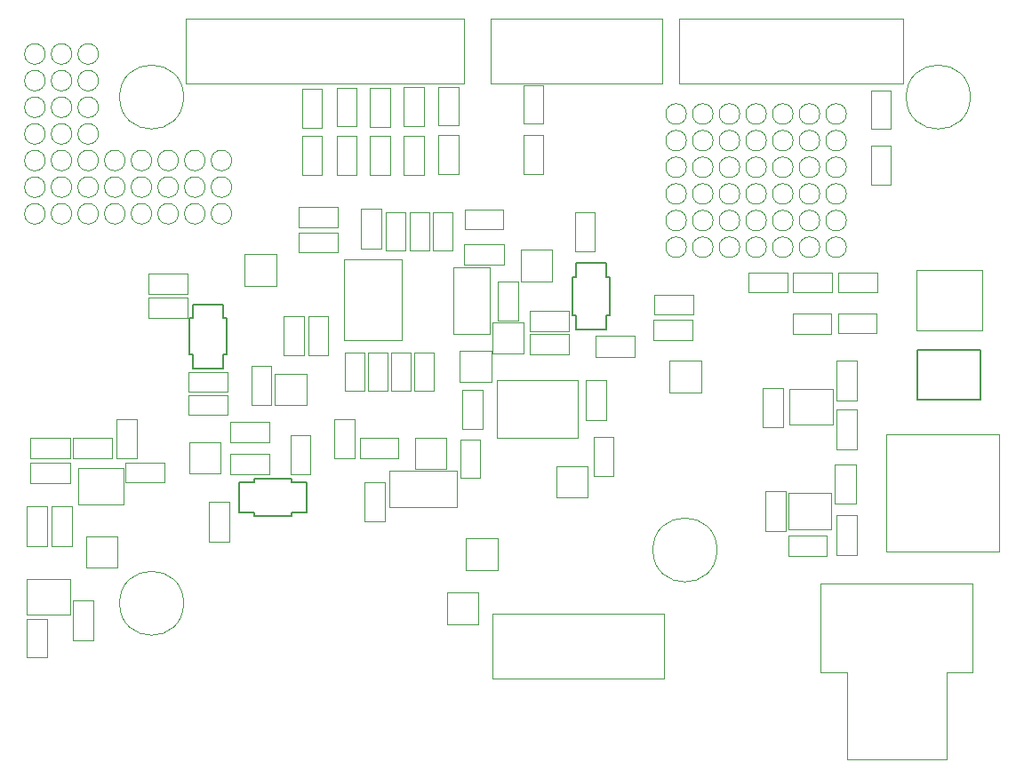
<source format=gbr>
%TF.GenerationSoftware,KiCad,Pcbnew,8.0.8*%
%TF.CreationDate,2025-07-15T12:33:29-07:00*%
%TF.ProjectId,complete_SR1,636f6d70-6c65-4746-955f-5352312e6b69,rev?*%
%TF.SameCoordinates,Original*%
%TF.FileFunction,Other,User*%
%FSLAX46Y46*%
G04 Gerber Fmt 4.6, Leading zero omitted, Abs format (unit mm)*
G04 Created by KiCad (PCBNEW 8.0.8) date 2025-07-15 12:33:29*
%MOMM*%
%LPD*%
G01*
G04 APERTURE LIST*
%ADD10C,0.050000*%
%ADD11C,0.030000*%
%ADD12C,0.152400*%
G04 APERTURE END LIST*
D10*
%TO.C,TP3*%
X52300000Y-52100000D02*
X52300000Y-55100000D01*
X52300000Y-52100000D02*
X55300000Y-52100000D01*
X55300000Y-55100000D02*
X52300000Y-55100000D01*
X55300000Y-55100000D02*
X55300000Y-52100000D01*
%TO.C,TP5*%
X30800000Y-52500000D02*
X30800000Y-55500000D01*
X30800000Y-52500000D02*
X33800000Y-52500000D01*
X33800000Y-55500000D02*
X30800000Y-55500000D01*
X33800000Y-55500000D02*
X33800000Y-52500000D01*
%TO.C,TP11*%
X76570000Y-44760000D02*
X76570000Y-47760000D01*
X76570000Y-44760000D02*
X79570000Y-44760000D01*
X79570000Y-47760000D02*
X76570000Y-47760000D01*
X79570000Y-47760000D02*
X79570000Y-44760000D01*
D11*
%TO.C,REF\u002A\u002A554*%
X22180816Y-15520000D02*
G75*
G02*
X20219184Y-15520000I-980816J0D01*
G01*
X20219184Y-15520000D02*
G75*
G02*
X22180816Y-15520000I980816J0D01*
G01*
X22180816Y-18060000D02*
G75*
G02*
X20219184Y-18060000I-980816J0D01*
G01*
X20219184Y-18060000D02*
G75*
G02*
X22180816Y-18060000I980816J0D01*
G01*
X22180816Y-23140000D02*
G75*
G02*
X20219184Y-23140000I-980816J0D01*
G01*
X20219184Y-23140000D02*
G75*
G02*
X22180816Y-23140000I980816J0D01*
G01*
X22180816Y-20600000D02*
G75*
G02*
X20219184Y-20600000I-980816J0D01*
G01*
X20219184Y-20600000D02*
G75*
G02*
X22180816Y-20600000I980816J0D01*
G01*
X19640816Y-15520000D02*
G75*
G02*
X17679184Y-15520000I-980816J0D01*
G01*
X17679184Y-15520000D02*
G75*
G02*
X19640816Y-15520000I980816J0D01*
G01*
X19640816Y-18060000D02*
G75*
G02*
X17679184Y-18060000I-980816J0D01*
G01*
X17679184Y-18060000D02*
G75*
G02*
X19640816Y-18060000I980816J0D01*
G01*
X19640816Y-23140000D02*
G75*
G02*
X17679184Y-23140000I-980816J0D01*
G01*
X17679184Y-23140000D02*
G75*
G02*
X19640816Y-23140000I980816J0D01*
G01*
X19640816Y-20600000D02*
G75*
G02*
X17679184Y-20600000I-980816J0D01*
G01*
X17679184Y-20600000D02*
G75*
G02*
X19640816Y-20600000I980816J0D01*
G01*
X17100816Y-23140000D02*
G75*
G02*
X15139184Y-23140000I-980816J0D01*
G01*
X15139184Y-23140000D02*
G75*
G02*
X17100816Y-23140000I980816J0D01*
G01*
X17100816Y-25680000D02*
G75*
G02*
X15139184Y-25680000I-980816J0D01*
G01*
X15139184Y-25680000D02*
G75*
G02*
X17100816Y-25680000I980816J0D01*
G01*
X17100816Y-15520000D02*
G75*
G02*
X15139184Y-15520000I-980816J0D01*
G01*
X15139184Y-15520000D02*
G75*
G02*
X17100816Y-15520000I980816J0D01*
G01*
X17100816Y-30760000D02*
G75*
G02*
X15139184Y-30760000I-980816J0D01*
G01*
X15139184Y-30760000D02*
G75*
G02*
X17100816Y-30760000I980816J0D01*
G01*
X17100816Y-28220000D02*
G75*
G02*
X15139184Y-28220000I-980816J0D01*
G01*
X15139184Y-28220000D02*
G75*
G02*
X17100816Y-28220000I980816J0D01*
G01*
X17100816Y-20600000D02*
G75*
G02*
X15139184Y-20600000I-980816J0D01*
G01*
X15139184Y-20600000D02*
G75*
G02*
X17100816Y-20600000I980816J0D01*
G01*
X17100816Y-18060000D02*
G75*
G02*
X15139184Y-18060000I-980816J0D01*
G01*
X15139184Y-18060000D02*
G75*
G02*
X17100816Y-18060000I980816J0D01*
G01*
X27250816Y-30750000D02*
G75*
G02*
X25289184Y-30750000I-980816J0D01*
G01*
X25289184Y-30750000D02*
G75*
G02*
X27250816Y-30750000I980816J0D01*
G01*
X24710816Y-30750000D02*
G75*
G02*
X22749184Y-30750000I-980816J0D01*
G01*
X22749184Y-30750000D02*
G75*
G02*
X24710816Y-30750000I980816J0D01*
G01*
X34870816Y-30750000D02*
G75*
G02*
X32909184Y-30750000I-980816J0D01*
G01*
X32909184Y-30750000D02*
G75*
G02*
X34870816Y-30750000I980816J0D01*
G01*
X19630816Y-30750000D02*
G75*
G02*
X17669184Y-30750000I-980816J0D01*
G01*
X17669184Y-30750000D02*
G75*
G02*
X19630816Y-30750000I980816J0D01*
G01*
X22170816Y-30750000D02*
G75*
G02*
X20209184Y-30750000I-980816J0D01*
G01*
X20209184Y-30750000D02*
G75*
G02*
X22170816Y-30750000I980816J0D01*
G01*
X29790816Y-30750000D02*
G75*
G02*
X27829184Y-30750000I-980816J0D01*
G01*
X27829184Y-30750000D02*
G75*
G02*
X29790816Y-30750000I980816J0D01*
G01*
X32330816Y-30750000D02*
G75*
G02*
X30369184Y-30750000I-980816J0D01*
G01*
X30369184Y-30750000D02*
G75*
G02*
X32330816Y-30750000I980816J0D01*
G01*
X22170816Y-28210000D02*
G75*
G02*
X20209184Y-28210000I-980816J0D01*
G01*
X20209184Y-28210000D02*
G75*
G02*
X22170816Y-28210000I980816J0D01*
G01*
X27250816Y-28210000D02*
G75*
G02*
X25289184Y-28210000I-980816J0D01*
G01*
X25289184Y-28210000D02*
G75*
G02*
X27250816Y-28210000I980816J0D01*
G01*
X24710816Y-28210000D02*
G75*
G02*
X22749184Y-28210000I-980816J0D01*
G01*
X22749184Y-28210000D02*
G75*
G02*
X24710816Y-28210000I980816J0D01*
G01*
X29790816Y-28210000D02*
G75*
G02*
X27829184Y-28210000I-980816J0D01*
G01*
X27829184Y-28210000D02*
G75*
G02*
X29790816Y-28210000I980816J0D01*
G01*
X34870816Y-28210000D02*
G75*
G02*
X32909184Y-28210000I-980816J0D01*
G01*
X32909184Y-28210000D02*
G75*
G02*
X34870816Y-28210000I980816J0D01*
G01*
X19630816Y-28210000D02*
G75*
G02*
X17669184Y-28210000I-980816J0D01*
G01*
X17669184Y-28210000D02*
G75*
G02*
X19630816Y-28210000I980816J0D01*
G01*
X32330816Y-28210000D02*
G75*
G02*
X30369184Y-28210000I-980816J0D01*
G01*
X30369184Y-28210000D02*
G75*
G02*
X32330816Y-28210000I980816J0D01*
G01*
X22170816Y-25670000D02*
G75*
G02*
X20209184Y-25670000I-980816J0D01*
G01*
X20209184Y-25670000D02*
G75*
G02*
X22170816Y-25670000I980816J0D01*
G01*
X32330816Y-25670000D02*
G75*
G02*
X30369184Y-25670000I-980816J0D01*
G01*
X30369184Y-25670000D02*
G75*
G02*
X32330816Y-25670000I980816J0D01*
G01*
X27250816Y-25670000D02*
G75*
G02*
X25289184Y-25670000I-980816J0D01*
G01*
X25289184Y-25670000D02*
G75*
G02*
X27250816Y-25670000I980816J0D01*
G01*
X19630816Y-25670000D02*
G75*
G02*
X17669184Y-25670000I-980816J0D01*
G01*
X17669184Y-25670000D02*
G75*
G02*
X19630816Y-25670000I980816J0D01*
G01*
X24710816Y-25670000D02*
G75*
G02*
X22749184Y-25670000I-980816J0D01*
G01*
X22749184Y-25670000D02*
G75*
G02*
X24710816Y-25670000I980816J0D01*
G01*
X29790816Y-25670000D02*
G75*
G02*
X27829184Y-25670000I-980816J0D01*
G01*
X27829184Y-25670000D02*
G75*
G02*
X29790816Y-25670000I980816J0D01*
G01*
X34870816Y-25670000D02*
G75*
G02*
X32909184Y-25670000I-980816J0D01*
G01*
X32909184Y-25670000D02*
G75*
G02*
X34870816Y-25670000I980816J0D01*
G01*
X80720816Y-33940000D02*
G75*
G02*
X78759184Y-33940000I-980816J0D01*
G01*
X78759184Y-33940000D02*
G75*
G02*
X80720816Y-33940000I980816J0D01*
G01*
X90880816Y-33940000D02*
G75*
G02*
X88919184Y-33940000I-980816J0D01*
G01*
X88919184Y-33940000D02*
G75*
G02*
X90880816Y-33940000I980816J0D01*
G01*
X85800816Y-33940000D02*
G75*
G02*
X83839184Y-33940000I-980816J0D01*
G01*
X83839184Y-33940000D02*
G75*
G02*
X85800816Y-33940000I980816J0D01*
G01*
X78180816Y-33940000D02*
G75*
G02*
X76219184Y-33940000I-980816J0D01*
G01*
X76219184Y-33940000D02*
G75*
G02*
X78180816Y-33940000I980816J0D01*
G01*
X83260816Y-33940000D02*
G75*
G02*
X81299184Y-33940000I-980816J0D01*
G01*
X81299184Y-33940000D02*
G75*
G02*
X83260816Y-33940000I980816J0D01*
G01*
X88340816Y-33940000D02*
G75*
G02*
X86379184Y-33940000I-980816J0D01*
G01*
X86379184Y-33940000D02*
G75*
G02*
X88340816Y-33940000I980816J0D01*
G01*
X93420816Y-33940000D02*
G75*
G02*
X91459184Y-33940000I-980816J0D01*
G01*
X91459184Y-33940000D02*
G75*
G02*
X93420816Y-33940000I980816J0D01*
G01*
X85800816Y-31400000D02*
G75*
G02*
X83839184Y-31400000I-980816J0D01*
G01*
X83839184Y-31400000D02*
G75*
G02*
X85800816Y-31400000I980816J0D01*
G01*
X80720816Y-31400000D02*
G75*
G02*
X78759184Y-31400000I-980816J0D01*
G01*
X78759184Y-31400000D02*
G75*
G02*
X80720816Y-31400000I980816J0D01*
G01*
X88340816Y-31400000D02*
G75*
G02*
X86379184Y-31400000I-980816J0D01*
G01*
X86379184Y-31400000D02*
G75*
G02*
X88340816Y-31400000I980816J0D01*
G01*
X90880816Y-31400000D02*
G75*
G02*
X88919184Y-31400000I-980816J0D01*
G01*
X88919184Y-31400000D02*
G75*
G02*
X90880816Y-31400000I980816J0D01*
G01*
X83260816Y-31400000D02*
G75*
G02*
X81299184Y-31400000I-980816J0D01*
G01*
X81299184Y-31400000D02*
G75*
G02*
X83260816Y-31400000I980816J0D01*
G01*
X78180816Y-31400000D02*
G75*
G02*
X76219184Y-31400000I-980816J0D01*
G01*
X76219184Y-31400000D02*
G75*
G02*
X78180816Y-31400000I980816J0D01*
G01*
X93420816Y-31400000D02*
G75*
G02*
X91459184Y-31400000I-980816J0D01*
G01*
X91459184Y-31400000D02*
G75*
G02*
X93420816Y-31400000I980816J0D01*
G01*
X85800816Y-28860000D02*
G75*
G02*
X83839184Y-28860000I-980816J0D01*
G01*
X83839184Y-28860000D02*
G75*
G02*
X85800816Y-28860000I980816J0D01*
G01*
X90880816Y-28860000D02*
G75*
G02*
X88919184Y-28860000I-980816J0D01*
G01*
X88919184Y-28860000D02*
G75*
G02*
X90880816Y-28860000I980816J0D01*
G01*
X80720816Y-28860000D02*
G75*
G02*
X78759184Y-28860000I-980816J0D01*
G01*
X78759184Y-28860000D02*
G75*
G02*
X80720816Y-28860000I980816J0D01*
G01*
X78180816Y-28860000D02*
G75*
G02*
X76219184Y-28860000I-980816J0D01*
G01*
X76219184Y-28860000D02*
G75*
G02*
X78180816Y-28860000I980816J0D01*
G01*
X93420816Y-28860000D02*
G75*
G02*
X91459184Y-28860000I-980816J0D01*
G01*
X91459184Y-28860000D02*
G75*
G02*
X93420816Y-28860000I980816J0D01*
G01*
X88340816Y-28860000D02*
G75*
G02*
X86379184Y-28860000I-980816J0D01*
G01*
X86379184Y-28860000D02*
G75*
G02*
X88340816Y-28860000I980816J0D01*
G01*
X83260816Y-28860000D02*
G75*
G02*
X81299184Y-28860000I-980816J0D01*
G01*
X81299184Y-28860000D02*
G75*
G02*
X83260816Y-28860000I980816J0D01*
G01*
X90880816Y-26320000D02*
G75*
G02*
X88919184Y-26320000I-980816J0D01*
G01*
X88919184Y-26320000D02*
G75*
G02*
X90880816Y-26320000I980816J0D01*
G01*
X80720816Y-26320000D02*
G75*
G02*
X78759184Y-26320000I-980816J0D01*
G01*
X78759184Y-26320000D02*
G75*
G02*
X80720816Y-26320000I980816J0D01*
G01*
X85800816Y-26320000D02*
G75*
G02*
X83839184Y-26320000I-980816J0D01*
G01*
X83839184Y-26320000D02*
G75*
G02*
X85800816Y-26320000I980816J0D01*
G01*
X93420816Y-26320000D02*
G75*
G02*
X91459184Y-26320000I-980816J0D01*
G01*
X91459184Y-26320000D02*
G75*
G02*
X93420816Y-26320000I980816J0D01*
G01*
X88340816Y-26320000D02*
G75*
G02*
X86379184Y-26320000I-980816J0D01*
G01*
X86379184Y-26320000D02*
G75*
G02*
X88340816Y-26320000I980816J0D01*
G01*
X83260816Y-26320000D02*
G75*
G02*
X81299184Y-26320000I-980816J0D01*
G01*
X81299184Y-26320000D02*
G75*
G02*
X83260816Y-26320000I980816J0D01*
G01*
X78180816Y-26320000D02*
G75*
G02*
X76219184Y-26320000I-980816J0D01*
G01*
X76219184Y-26320000D02*
G75*
G02*
X78180816Y-26320000I980816J0D01*
G01*
X93420816Y-23780000D02*
G75*
G02*
X91459184Y-23780000I-980816J0D01*
G01*
X91459184Y-23780000D02*
G75*
G02*
X93420816Y-23780000I980816J0D01*
G01*
X90880816Y-23780000D02*
G75*
G02*
X88919184Y-23780000I-980816J0D01*
G01*
X88919184Y-23780000D02*
G75*
G02*
X90880816Y-23780000I980816J0D01*
G01*
X80720816Y-23780000D02*
G75*
G02*
X78759184Y-23780000I-980816J0D01*
G01*
X78759184Y-23780000D02*
G75*
G02*
X80720816Y-23780000I980816J0D01*
G01*
X85800816Y-23780000D02*
G75*
G02*
X83839184Y-23780000I-980816J0D01*
G01*
X83839184Y-23780000D02*
G75*
G02*
X85800816Y-23780000I980816J0D01*
G01*
X88340816Y-23780000D02*
G75*
G02*
X86379184Y-23780000I-980816J0D01*
G01*
X86379184Y-23780000D02*
G75*
G02*
X88340816Y-23780000I980816J0D01*
G01*
X83260816Y-23780000D02*
G75*
G02*
X81299184Y-23780000I-980816J0D01*
G01*
X81299184Y-23780000D02*
G75*
G02*
X83260816Y-23780000I980816J0D01*
G01*
X78180816Y-23780000D02*
G75*
G02*
X76219184Y-23780000I-980816J0D01*
G01*
X76219184Y-23780000D02*
G75*
G02*
X78180816Y-23780000I980816J0D01*
G01*
X93420816Y-21240000D02*
G75*
G02*
X91459184Y-21240000I-980816J0D01*
G01*
X91459184Y-21240000D02*
G75*
G02*
X93420816Y-21240000I980816J0D01*
G01*
X90880816Y-21240000D02*
G75*
G02*
X88919184Y-21240000I-980816J0D01*
G01*
X88919184Y-21240000D02*
G75*
G02*
X90880816Y-21240000I980816J0D01*
G01*
X88340816Y-21240000D02*
G75*
G02*
X86379184Y-21240000I-980816J0D01*
G01*
X86379184Y-21240000D02*
G75*
G02*
X88340816Y-21240000I980816J0D01*
G01*
X85800816Y-21240000D02*
G75*
G02*
X83839184Y-21240000I-980816J0D01*
G01*
X83839184Y-21240000D02*
G75*
G02*
X85800816Y-21240000I980816J0D01*
G01*
X83260816Y-21240000D02*
G75*
G02*
X81299184Y-21240000I-980816J0D01*
G01*
X81299184Y-21240000D02*
G75*
G02*
X83260816Y-21240000I980816J0D01*
G01*
X80720816Y-21240000D02*
G75*
G02*
X78759184Y-21240000I-980816J0D01*
G01*
X78759184Y-21240000D02*
G75*
G02*
X80720816Y-21240000I980816J0D01*
G01*
X78180816Y-21240000D02*
G75*
G02*
X76219184Y-21240000I-980816J0D01*
G01*
X76219184Y-21240000D02*
G75*
G02*
X78180816Y-21240000I980816J0D01*
G01*
D10*
%TO.C,U11*%
X45550000Y-42820000D02*
X51050000Y-42820000D01*
X51050000Y-42820000D02*
X51050000Y-35120000D01*
X45550000Y-35120000D02*
X45550000Y-42820000D01*
X51050000Y-35120000D02*
X45550000Y-35120000D01*
%TO.C,U8*%
X55975000Y-42230000D02*
X59475000Y-42230000D01*
X59475000Y-42230000D02*
X59475000Y-35870000D01*
X55975000Y-35870000D02*
X55975000Y-42230000D01*
X59475000Y-35870000D02*
X55975000Y-35870000D01*
%TO.C,U3*%
X60150000Y-46650000D02*
X60150000Y-52150000D01*
X60150000Y-52150000D02*
X67850000Y-52150000D01*
X67850000Y-46650000D02*
X60150000Y-46650000D01*
X67850000Y-52150000D02*
X67850000Y-46650000D01*
%TO.C,R10*%
X75110000Y-38470000D02*
X78810000Y-38470000D01*
X75110000Y-40370000D02*
X75110000Y-38470000D01*
X78810000Y-38470000D02*
X78810000Y-40370000D01*
X78810000Y-40370000D02*
X75110000Y-40370000D01*
%TO.C,C3*%
X78770000Y-42820000D02*
X75010000Y-42820000D01*
X78770000Y-40860000D02*
X78770000Y-42820000D01*
X75010000Y-42820000D02*
X75010000Y-40860000D01*
X75010000Y-40860000D02*
X78770000Y-40860000D01*
%TO.C,J10*%
X100050000Y-41900000D02*
X106350000Y-41900000D01*
X106350000Y-41900000D02*
X106350000Y-36100000D01*
X100050000Y-36100000D02*
X100050000Y-41900000D01*
X106350000Y-36100000D02*
X100050000Y-36100000D01*
D12*
%TO.C,J3*%
X100170000Y-43720200D02*
X100170000Y-48470000D01*
X106189800Y-43720200D02*
X100170000Y-43720200D01*
X106189800Y-48470000D02*
X106189800Y-43720200D01*
X100170000Y-48470000D02*
X106189800Y-48470000D01*
D10*
%TO.C,H4*%
X81090000Y-62800000D02*
G75*
G02*
X74990000Y-62800000I-3050000J0D01*
G01*
X74990000Y-62800000D02*
G75*
G02*
X81090000Y-62800000I3050000J0D01*
G01*
%TO.C,H3*%
X105220000Y-19620000D02*
G75*
G02*
X99120000Y-19620000I-3050000J0D01*
G01*
X99120000Y-19620000D02*
G75*
G02*
X105220000Y-19620000I3050000J0D01*
G01*
%TO.C,H2*%
X30290000Y-19620000D02*
G75*
G02*
X24190000Y-19620000I-3050000J0D01*
G01*
X24190000Y-19620000D02*
G75*
G02*
X30290000Y-19620000I3050000J0D01*
G01*
%TO.C,H1*%
X30290000Y-67880000D02*
G75*
G02*
X24190000Y-67880000I-3050000J0D01*
G01*
X24190000Y-67880000D02*
G75*
G02*
X30290000Y-67880000I3050000J0D01*
G01*
%TO.C,SW1*%
X90950000Y-66000000D02*
X105450000Y-66000000D01*
X90950000Y-74500000D02*
X90950000Y-66000000D01*
X93450000Y-74500000D02*
X90950000Y-74500000D01*
X93450000Y-82750000D02*
X93450000Y-74500000D01*
X102950000Y-74500000D02*
X102950000Y-82750000D01*
X102950000Y-82750000D02*
X93450000Y-82750000D01*
X105450000Y-66000000D02*
X105450000Y-74500000D01*
X105450000Y-74500000D02*
X102950000Y-74500000D01*
%TO.C,J8*%
X77510000Y-18300000D02*
X98860000Y-18300000D01*
X98860000Y-18300000D02*
X98860000Y-12150000D01*
X77510000Y-12150000D02*
X77510000Y-18300000D01*
X98860000Y-12150000D02*
X77510000Y-12150000D01*
%TO.C,J2*%
X97195000Y-62985000D02*
X108005000Y-62985000D01*
X108005000Y-62985000D02*
X108005000Y-51815000D01*
X97195000Y-51815000D02*
X97195000Y-62985000D01*
X108005000Y-51815000D02*
X97195000Y-51815000D01*
%TO.C,XC32*%
X49480000Y-56320000D02*
X49480000Y-60080000D01*
X47520000Y-56320000D02*
X49480000Y-56320000D01*
X49480000Y-60080000D02*
X47520000Y-60080000D01*
X47520000Y-60080000D02*
X47520000Y-56320000D01*
%TO.C,XC31*%
X30680000Y-38380000D02*
X26920000Y-38380000D01*
X30680000Y-36420000D02*
X30680000Y-38380000D01*
X26920000Y-38380000D02*
X26920000Y-36420000D01*
X26920000Y-36420000D02*
X30680000Y-36420000D01*
%TO.C,XC30*%
X30680000Y-40680000D02*
X26920000Y-40680000D01*
X30680000Y-38720000D02*
X30680000Y-40680000D01*
X26920000Y-40680000D02*
X26920000Y-38720000D01*
X26920000Y-38720000D02*
X30680000Y-38720000D01*
%TO.C,XC29*%
X34720000Y-53630000D02*
X38480000Y-53630000D01*
X34720000Y-55590000D02*
X34720000Y-53630000D01*
X38480000Y-53630000D02*
X38480000Y-55590000D01*
X38480000Y-55590000D02*
X34720000Y-55590000D01*
%TO.C,XC28*%
X38480000Y-52580000D02*
X34720000Y-52580000D01*
X38480000Y-50620000D02*
X38480000Y-52580000D01*
X34720000Y-52580000D02*
X34720000Y-50620000D01*
X34720000Y-50620000D02*
X38480000Y-50620000D01*
%TO.C,XC27*%
X32720000Y-61980000D02*
X32720000Y-58220000D01*
X34680000Y-61980000D02*
X32720000Y-61980000D01*
X32720000Y-58220000D02*
X34680000Y-58220000D01*
X34680000Y-58220000D02*
X34680000Y-61980000D01*
%TO.C,XC26*%
X23920000Y-54080000D02*
X23920000Y-50320000D01*
X25880000Y-54080000D02*
X23920000Y-54080000D01*
X23920000Y-50320000D02*
X25880000Y-50320000D01*
X25880000Y-50320000D02*
X25880000Y-54080000D01*
%TO.C,XC25*%
X19470000Y-54080000D02*
X15710000Y-54080000D01*
X19470000Y-52120000D02*
X19470000Y-54080000D01*
X15710000Y-54080000D02*
X15710000Y-52120000D01*
X15710000Y-52120000D02*
X19470000Y-52120000D01*
%TO.C,XC24*%
X19470000Y-56452500D02*
X15710000Y-56452500D01*
X19470000Y-54492500D02*
X19470000Y-56452500D01*
X15710000Y-56452500D02*
X15710000Y-54492500D01*
X15710000Y-54492500D02*
X19470000Y-54492500D01*
%TO.C,XC23*%
X17280000Y-58657500D02*
X17280000Y-62417500D01*
X15320000Y-58657500D02*
X17280000Y-58657500D01*
X17280000Y-62417500D02*
X15320000Y-62417500D01*
X15320000Y-62417500D02*
X15320000Y-58657500D01*
%TO.C,XC22*%
X17730000Y-62417500D02*
X17730000Y-58657500D01*
X19690000Y-62417500D02*
X17730000Y-62417500D01*
X17730000Y-58657500D02*
X19690000Y-58657500D01*
X19690000Y-58657500D02*
X19690000Y-62417500D01*
%TO.C,XC21*%
X21680000Y-67620000D02*
X21680000Y-71380000D01*
X19720000Y-67620000D02*
X21680000Y-67620000D01*
X21680000Y-71380000D02*
X19720000Y-71380000D01*
X19720000Y-71380000D02*
X19720000Y-67620000D01*
%TO.C,XC14*%
X56820000Y-51280000D02*
X56820000Y-47520000D01*
X58780000Y-51280000D02*
X56820000Y-51280000D01*
X56820000Y-47520000D02*
X58780000Y-47520000D01*
X58780000Y-47520000D02*
X58780000Y-51280000D01*
%TO.C,XC12*%
X68620000Y-50380000D02*
X68620000Y-46620000D01*
X70580000Y-50380000D02*
X68620000Y-50380000D01*
X68620000Y-46620000D02*
X70580000Y-46620000D01*
X70580000Y-46620000D02*
X70580000Y-50380000D01*
%TO.C,XC11*%
X73280000Y-44380000D02*
X69520000Y-44380000D01*
X73280000Y-42420000D02*
X73280000Y-44380000D01*
X69520000Y-44380000D02*
X69520000Y-42420000D01*
X69520000Y-42420000D02*
X73280000Y-42420000D01*
%TO.C,XC10*%
X66980000Y-41980000D02*
X63220000Y-41980000D01*
X66980000Y-40020000D02*
X66980000Y-41980000D01*
X63220000Y-41980000D02*
X63220000Y-40020000D01*
X63220000Y-40020000D02*
X66980000Y-40020000D01*
%TO.C,XC9*%
X66980000Y-44191299D02*
X63220000Y-44191299D01*
X66980000Y-42231299D02*
X66980000Y-44191299D01*
X63220000Y-44191299D02*
X63220000Y-42231299D01*
X63220000Y-42231299D02*
X66980000Y-42231299D01*
%TO.C,XC8*%
X57020000Y-33620000D02*
X60780000Y-33620000D01*
X57020000Y-35580000D02*
X57020000Y-33620000D01*
X60780000Y-33620000D02*
X60780000Y-35580000D01*
X60780000Y-35580000D02*
X57020000Y-35580000D01*
%TO.C,XC7*%
X47160000Y-34050000D02*
X47160000Y-30290000D01*
X49120000Y-34050000D02*
X47160000Y-34050000D01*
X47160000Y-30290000D02*
X49120000Y-30290000D01*
X49120000Y-30290000D02*
X49120000Y-34050000D01*
%TO.C,XC6*%
X94417500Y-44780000D02*
X94417500Y-48540000D01*
X92457500Y-44780000D02*
X94417500Y-44780000D01*
X94417500Y-48540000D02*
X92457500Y-48540000D01*
X92457500Y-48540000D02*
X92457500Y-44780000D01*
%TO.C,XC5*%
X92457500Y-53177500D02*
X92457500Y-49417500D01*
X94417500Y-53177500D02*
X92457500Y-53177500D01*
X92457500Y-49417500D02*
X94417500Y-49417500D01*
X94417500Y-49417500D02*
X94417500Y-53177500D01*
%TO.C,XC4*%
X85457500Y-51140000D02*
X85457500Y-47380000D01*
X87417500Y-51140000D02*
X85457500Y-51140000D01*
X85457500Y-47380000D02*
X87417500Y-47380000D01*
X87417500Y-47380000D02*
X87417500Y-51140000D01*
%TO.C,XC3*%
X94305000Y-54620000D02*
X94305000Y-58380000D01*
X92345000Y-54620000D02*
X94305000Y-54620000D01*
X94305000Y-58380000D02*
X92345000Y-58380000D01*
X92345000Y-58380000D02*
X92345000Y-54620000D01*
%TO.C,XC2*%
X92445000Y-63280000D02*
X92445000Y-59520000D01*
X94405000Y-63280000D02*
X92445000Y-63280000D01*
X92445000Y-59520000D02*
X94405000Y-59520000D01*
X94405000Y-59520000D02*
X94405000Y-63280000D01*
%TO.C,XC1*%
X85670000Y-60990000D02*
X85670000Y-57230000D01*
X87630000Y-60990000D02*
X85670000Y-60990000D01*
X85670000Y-57230000D02*
X87630000Y-57230000D01*
X87630000Y-57230000D02*
X87630000Y-60990000D01*
D12*
%TO.C,U15*%
X34082601Y-45503200D02*
X31167401Y-45503200D01*
X31167401Y-45503200D02*
X31167401Y-44197600D01*
X31167401Y-44197600D02*
X30871001Y-44197600D01*
X30871001Y-44197600D02*
X30871001Y-40689600D01*
X30871001Y-40689600D02*
X31167401Y-40689600D01*
X31167401Y-39384000D02*
X31167401Y-40689600D01*
X31167401Y-39384000D02*
X34082601Y-39384000D01*
X34082601Y-39384000D02*
X34082601Y-40689600D01*
X34082601Y-40689600D02*
X34379001Y-40689600D01*
X34379001Y-40689600D02*
X34379001Y-44197600D01*
X34379001Y-44197600D02*
X34082601Y-44197600D01*
X34082601Y-45503200D02*
X34082601Y-44197600D01*
D10*
%TO.C,U14*%
X20270000Y-55002500D02*
X20270000Y-58502500D01*
X20270000Y-58502500D02*
X24530000Y-58502500D01*
X24530000Y-55002500D02*
X20270000Y-55002500D01*
X24530000Y-58502500D02*
X24530000Y-55002500D01*
%TO.C,U13*%
X92112500Y-50850000D02*
X92112500Y-47450000D01*
X92112500Y-47450000D02*
X88012500Y-47450000D01*
X88012500Y-50850000D02*
X92112500Y-50850000D01*
X88012500Y-47450000D02*
X88012500Y-50850000D01*
%TO.C,U12*%
X87875000Y-57400000D02*
X87875000Y-60800000D01*
X87875000Y-60800000D02*
X91975000Y-60800000D01*
X91975000Y-57400000D02*
X87875000Y-57400000D01*
X91975000Y-60800000D02*
X91975000Y-57400000D01*
D12*
%TO.C,U7*%
X70519100Y-41787700D02*
X70519100Y-40403400D01*
X70903400Y-40403400D02*
X70519100Y-40403400D01*
X70903400Y-36796600D02*
X70903400Y-40403400D01*
X70519100Y-36796600D02*
X70903400Y-36796600D01*
X70519100Y-35412300D02*
X70519100Y-36796600D01*
X67680900Y-35412300D02*
X70519100Y-35412300D01*
X67680900Y-35412300D02*
X67680900Y-36796600D01*
X67296600Y-36796600D02*
X67680900Y-36796600D01*
X67296600Y-40403400D02*
X67296600Y-36796600D01*
X67680900Y-40403400D02*
X67296600Y-40403400D01*
X67680900Y-41787700D02*
X67680900Y-40403400D01*
X70519100Y-41787700D02*
X67680900Y-41787700D01*
D10*
%TO.C,U6*%
X15350000Y-65600000D02*
X15350000Y-69000000D01*
X15350000Y-69000000D02*
X19450000Y-69000000D01*
X19450000Y-65600000D02*
X15350000Y-65600000D01*
X19450000Y-69000000D02*
X19450000Y-65600000D01*
D12*
%TO.C,U5*%
X35612300Y-59219100D02*
X35612300Y-56380900D01*
X35612300Y-56380900D02*
X36996600Y-56380900D01*
X36996600Y-56380900D02*
X36996600Y-55996600D01*
X36996600Y-55996600D02*
X40603400Y-55996600D01*
X40603400Y-55996600D02*
X40603400Y-56380900D01*
X41987700Y-56380900D02*
X40603400Y-56380900D01*
X41987700Y-56380900D02*
X41987700Y-59219100D01*
X41987700Y-59219100D02*
X40603400Y-59219100D01*
X40603400Y-59219100D02*
X40603400Y-59603400D01*
X40603400Y-59603400D02*
X36996600Y-59603400D01*
X36996600Y-59603400D02*
X36996600Y-59219100D01*
X35612300Y-59219100D02*
X36996600Y-59219100D01*
D10*
%TO.C,U2*%
X49920000Y-55250000D02*
X49920000Y-58750000D01*
X49920000Y-58750000D02*
X56280000Y-58750000D01*
X56280000Y-55250000D02*
X49920000Y-55250000D01*
X56280000Y-58750000D02*
X56280000Y-55250000D01*
%TO.C,TP12*%
X59700000Y-41100000D02*
X59700000Y-44100000D01*
X59700000Y-41100000D02*
X62700000Y-41100000D01*
X62700000Y-44100000D02*
X59700000Y-44100000D01*
X62700000Y-44100000D02*
X62700000Y-41100000D01*
%TO.C,TP10*%
X60200000Y-64700000D02*
X60200000Y-61700000D01*
X60200000Y-64700000D02*
X57200000Y-64700000D01*
X57200000Y-61700000D02*
X60200000Y-61700000D01*
X57200000Y-61700000D02*
X57200000Y-64700000D01*
%TO.C,TP9*%
X65400000Y-37200000D02*
X65400000Y-34200000D01*
X65400000Y-37200000D02*
X62400000Y-37200000D01*
X62400000Y-34200000D02*
X65400000Y-34200000D01*
X62400000Y-34200000D02*
X62400000Y-37200000D01*
%TO.C,TP8*%
X59600000Y-46800000D02*
X59600000Y-43800000D01*
X59600000Y-46800000D02*
X56600000Y-46800000D01*
X56600000Y-43800000D02*
X59600000Y-43800000D01*
X56600000Y-43800000D02*
X56600000Y-46800000D01*
%TO.C,TP7*%
X68800000Y-57800000D02*
X68800000Y-54800000D01*
X68800000Y-57800000D02*
X65800000Y-57800000D01*
X65800000Y-54800000D02*
X68800000Y-54800000D01*
X65800000Y-54800000D02*
X65800000Y-57800000D01*
%TO.C,TP6*%
X36100000Y-34600000D02*
X36100000Y-37600000D01*
X36100000Y-34600000D02*
X39100000Y-34600000D01*
X39100000Y-37600000D02*
X36100000Y-37600000D01*
X39100000Y-37600000D02*
X39100000Y-34600000D01*
%TO.C,TP4*%
X55390000Y-66870000D02*
X55390000Y-69870000D01*
X55390000Y-66870000D02*
X58390000Y-66870000D01*
X58390000Y-69870000D02*
X55390000Y-69870000D01*
X58390000Y-69870000D02*
X58390000Y-66870000D01*
%TO.C,TP2*%
X39000000Y-46000000D02*
X39000000Y-49000000D01*
X39000000Y-46000000D02*
X42000000Y-46000000D01*
X42000000Y-49000000D02*
X39000000Y-49000000D01*
X42000000Y-49000000D02*
X42000000Y-46000000D01*
%TO.C,RP13*%
X40450000Y-55550000D02*
X40450000Y-51850000D01*
X42350000Y-55550000D02*
X40450000Y-55550000D01*
X40450000Y-51850000D02*
X42350000Y-51850000D01*
X42350000Y-51850000D02*
X42350000Y-55550000D01*
%TO.C,RP12*%
X67550000Y-34350000D02*
X67550000Y-30650000D01*
X69450000Y-34350000D02*
X67550000Y-34350000D01*
X67550000Y-30650000D02*
X69450000Y-30650000D01*
X69450000Y-30650000D02*
X69450000Y-34350000D01*
%TO.C,RP11*%
X24750000Y-54450000D02*
X28450000Y-54450000D01*
X24750000Y-56350000D02*
X24750000Y-54450000D01*
X28450000Y-54450000D02*
X28450000Y-56350000D01*
X28450000Y-56350000D02*
X24750000Y-56350000D01*
%TO.C,RP10*%
X41240000Y-30140000D02*
X44940000Y-30140000D01*
X41240000Y-32040000D02*
X41240000Y-30140000D01*
X44940000Y-30140000D02*
X44940000Y-32040000D01*
X44940000Y-32040000D02*
X41240000Y-32040000D01*
%TO.C,RP9*%
X60750000Y-32250000D02*
X57050000Y-32250000D01*
X60750000Y-30350000D02*
X60750000Y-32250000D01*
X57050000Y-32250000D02*
X57050000Y-30350000D01*
X57050000Y-30350000D02*
X60750000Y-30350000D01*
%TO.C,RP8*%
X41240000Y-32560000D02*
X44940000Y-32560000D01*
X41240000Y-34460000D02*
X41240000Y-32560000D01*
X44940000Y-32560000D02*
X44940000Y-34460000D01*
X44940000Y-34460000D02*
X41240000Y-34460000D01*
%TO.C,RP7*%
X69350000Y-55750000D02*
X69350000Y-52050000D01*
X71250000Y-55750000D02*
X69350000Y-55750000D01*
X69350000Y-52050000D02*
X71250000Y-52050000D01*
X71250000Y-52050000D02*
X71250000Y-55750000D01*
%TO.C,RP6*%
X39850000Y-44250000D02*
X39850000Y-40550000D01*
X41750000Y-44250000D02*
X39850000Y-44250000D01*
X39850000Y-40550000D02*
X41750000Y-40550000D01*
X41750000Y-40550000D02*
X41750000Y-44250000D01*
%TO.C,RP4*%
X42150000Y-44250000D02*
X42150000Y-40550000D01*
X44050000Y-44250000D02*
X42150000Y-44250000D01*
X42150000Y-40550000D02*
X44050000Y-40550000D01*
X44050000Y-40550000D02*
X44050000Y-44250000D01*
%TO.C,RP2*%
X87875000Y-61450000D02*
X91575000Y-61450000D01*
X87875000Y-63350000D02*
X87875000Y-61450000D01*
X91575000Y-61450000D02*
X91575000Y-63350000D01*
X91575000Y-63350000D02*
X87875000Y-63350000D01*
%TO.C,RP1*%
X56650000Y-55950000D02*
X56650000Y-52250000D01*
X58550000Y-55950000D02*
X56650000Y-55950000D01*
X56650000Y-52250000D02*
X58550000Y-52250000D01*
X58550000Y-52250000D02*
X58550000Y-55950000D01*
%TO.C,R25*%
X43450000Y-23350000D02*
X43450000Y-27050000D01*
X41550000Y-23350000D02*
X43450000Y-23350000D01*
X43450000Y-27050000D02*
X41550000Y-27050000D01*
X41550000Y-27050000D02*
X41550000Y-23350000D01*
%TO.C,R24*%
X62650000Y-26950000D02*
X62650000Y-23250000D01*
X64550000Y-26950000D02*
X62650000Y-26950000D01*
X62650000Y-23250000D02*
X64550000Y-23250000D01*
X64550000Y-23250000D02*
X64550000Y-26950000D01*
%TO.C,R23*%
X54550000Y-26950000D02*
X54550000Y-23250000D01*
X56450000Y-26950000D02*
X54550000Y-26950000D01*
X54550000Y-23250000D02*
X56450000Y-23250000D01*
X56450000Y-23250000D02*
X56450000Y-26950000D01*
%TO.C,R22*%
X51250000Y-27050000D02*
X51250000Y-23350000D01*
X53150000Y-27050000D02*
X51250000Y-27050000D01*
X51250000Y-23350000D02*
X53150000Y-23350000D01*
X53150000Y-23350000D02*
X53150000Y-27050000D01*
%TO.C,R21*%
X48050000Y-27050000D02*
X48050000Y-23350000D01*
X49950000Y-27050000D02*
X48050000Y-27050000D01*
X48050000Y-23350000D02*
X49950000Y-23350000D01*
X49950000Y-23350000D02*
X49950000Y-27050000D01*
%TO.C,R20*%
X44850000Y-27050000D02*
X44850000Y-23350000D01*
X46750000Y-27050000D02*
X44850000Y-27050000D01*
X44850000Y-23350000D02*
X46750000Y-23350000D01*
X46750000Y-23350000D02*
X46750000Y-27050000D01*
%TO.C,R19*%
X95750000Y-27950000D02*
X95750000Y-24250000D01*
X97650000Y-27950000D02*
X95750000Y-27950000D01*
X95750000Y-24250000D02*
X97650000Y-24250000D01*
X97650000Y-24250000D02*
X97650000Y-27950000D01*
%TO.C,R18*%
X96300000Y-42150000D02*
X92600000Y-42150000D01*
X96300000Y-40250000D02*
X96300000Y-42150000D01*
X92600000Y-42150000D02*
X92600000Y-40250000D01*
X92600000Y-40250000D02*
X96300000Y-40250000D01*
%TO.C,R17*%
X38650000Y-45250000D02*
X38650000Y-48950000D01*
X36750000Y-45250000D02*
X38650000Y-45250000D01*
X38650000Y-48950000D02*
X36750000Y-48950000D01*
X36750000Y-48950000D02*
X36750000Y-45250000D01*
%TO.C,R16*%
X34450000Y-47750000D02*
X30750000Y-47750000D01*
X34450000Y-45850000D02*
X34450000Y-47750000D01*
X30750000Y-47750000D02*
X30750000Y-45850000D01*
X30750000Y-45850000D02*
X34450000Y-45850000D01*
%TO.C,R15*%
X34450000Y-49950000D02*
X30750000Y-49950000D01*
X34450000Y-48050000D02*
X34450000Y-49950000D01*
X30750000Y-49950000D02*
X30750000Y-48050000D01*
X30750000Y-48050000D02*
X34450000Y-48050000D01*
%TO.C,R14*%
X15350000Y-73050000D02*
X15350000Y-69350000D01*
X17250000Y-73050000D02*
X15350000Y-73050000D01*
X15350000Y-69350000D02*
X17250000Y-69350000D01*
X17250000Y-69350000D02*
X17250000Y-73050000D01*
%TO.C,R13*%
X47050000Y-52150000D02*
X50750000Y-52150000D01*
X47050000Y-54050000D02*
X47050000Y-52150000D01*
X50750000Y-52150000D02*
X50750000Y-54050000D01*
X50750000Y-54050000D02*
X47050000Y-54050000D01*
%TO.C,R9*%
X96325000Y-38250000D02*
X92625000Y-38250000D01*
X96325000Y-36350000D02*
X96325000Y-38250000D01*
X92625000Y-38250000D02*
X92625000Y-36350000D01*
X92625000Y-36350000D02*
X96325000Y-36350000D01*
%TO.C,R8*%
X62150000Y-37250000D02*
X62150000Y-40950000D01*
X60250000Y-37250000D02*
X62150000Y-37250000D01*
X62150000Y-40950000D02*
X60250000Y-40950000D01*
X60250000Y-40950000D02*
X60250000Y-37250000D01*
%TO.C,R7*%
X55930000Y-30567500D02*
X55930000Y-34267500D01*
X54030000Y-30567500D02*
X55930000Y-30567500D01*
X55930000Y-34267500D02*
X54030000Y-34267500D01*
X54030000Y-34267500D02*
X54030000Y-30567500D01*
%TO.C,R6*%
X53720000Y-30580000D02*
X53720000Y-34280000D01*
X51820000Y-30580000D02*
X53720000Y-30580000D01*
X53720000Y-34280000D02*
X51820000Y-34280000D01*
X51820000Y-34280000D02*
X51820000Y-30580000D01*
%TO.C,R5*%
X51450000Y-30567500D02*
X51450000Y-34267500D01*
X49550000Y-30567500D02*
X51450000Y-30567500D01*
X51450000Y-34267500D02*
X49550000Y-34267500D01*
X49550000Y-34267500D02*
X49550000Y-30567500D01*
%TO.C,R4*%
X54150000Y-43950000D02*
X54150000Y-47650000D01*
X52250000Y-43950000D02*
X54150000Y-43950000D01*
X54150000Y-47650000D02*
X52250000Y-47650000D01*
X52250000Y-47650000D02*
X52250000Y-43950000D01*
%TO.C,R3*%
X51950000Y-43950000D02*
X51950000Y-47650000D01*
X50050000Y-43950000D02*
X51950000Y-43950000D01*
X51950000Y-47650000D02*
X50050000Y-47650000D01*
X50050000Y-47650000D02*
X50050000Y-43950000D01*
%TO.C,R2*%
X49750000Y-43950000D02*
X49750000Y-47650000D01*
X47850000Y-43950000D02*
X49750000Y-43950000D01*
X49750000Y-47650000D02*
X47850000Y-47650000D01*
X47850000Y-47650000D02*
X47850000Y-43950000D01*
%TO.C,R1*%
X47550000Y-43950000D02*
X47550000Y-47650000D01*
X45650000Y-43950000D02*
X47550000Y-43950000D01*
X47550000Y-47650000D02*
X45650000Y-47650000D01*
X45650000Y-47650000D02*
X45650000Y-43950000D01*
%TO.C,J9*%
X76040000Y-68900000D02*
X59740000Y-68900000D01*
X59740000Y-68900000D02*
X59740000Y-75050000D01*
X76040000Y-75050000D02*
X76040000Y-68900000D01*
X59740000Y-75050000D02*
X76040000Y-75050000D01*
%TO.C,J7*%
X59550000Y-18300000D02*
X75850000Y-18300000D01*
X75850000Y-18300000D02*
X75850000Y-12150000D01*
X59550000Y-12150000D02*
X59550000Y-18300000D01*
X75850000Y-12150000D02*
X59550000Y-12150000D01*
%TO.C,J6*%
X30520000Y-18300000D02*
X56970000Y-18300000D01*
X56970000Y-18300000D02*
X56970000Y-12150000D01*
X30520000Y-12150000D02*
X30520000Y-18300000D01*
X56970000Y-12150000D02*
X30520000Y-12150000D01*
%TO.C,D12*%
X92050000Y-38250000D02*
X88350000Y-38250000D01*
X92050000Y-36350000D02*
X92050000Y-38250000D01*
X88350000Y-38250000D02*
X88350000Y-36350000D01*
X88350000Y-36350000D02*
X92050000Y-36350000D01*
%TO.C,D11*%
X87825000Y-38250000D02*
X84125000Y-38250000D01*
X87825000Y-36350000D02*
X87825000Y-38250000D01*
X84125000Y-38250000D02*
X84125000Y-36350000D01*
X84125000Y-36350000D02*
X87825000Y-36350000D01*
%TO.C,D10*%
X41550000Y-22550000D02*
X41550000Y-18850000D01*
X43450000Y-22550000D02*
X41550000Y-22550000D01*
X41550000Y-18850000D02*
X43450000Y-18850000D01*
X43450000Y-18850000D02*
X43450000Y-22550000D01*
%TO.C,D9*%
X62650000Y-22175000D02*
X62650000Y-18475000D01*
X64550000Y-22175000D02*
X62650000Y-22175000D01*
X62650000Y-18475000D02*
X64550000Y-18475000D01*
X64550000Y-18475000D02*
X64550000Y-22175000D01*
%TO.C,D8*%
X54550000Y-22350000D02*
X54550000Y-18650000D01*
X56450000Y-22350000D02*
X54550000Y-22350000D01*
X54550000Y-18650000D02*
X56450000Y-18650000D01*
X56450000Y-18650000D02*
X56450000Y-22350000D01*
%TO.C,D7*%
X51250000Y-22375000D02*
X51250000Y-18675000D01*
X53150000Y-22375000D02*
X51250000Y-22375000D01*
X51250000Y-18675000D02*
X53150000Y-18675000D01*
X53150000Y-18675000D02*
X53150000Y-22375000D01*
%TO.C,D6*%
X48050000Y-22450000D02*
X48050000Y-18750000D01*
X49950000Y-22450000D02*
X48050000Y-22450000D01*
X48050000Y-18750000D02*
X49950000Y-18750000D01*
X49950000Y-18750000D02*
X49950000Y-22450000D01*
%TO.C,D5*%
X44850000Y-22425000D02*
X44850000Y-18725000D01*
X46750000Y-22425000D02*
X44850000Y-22425000D01*
X44850000Y-18725000D02*
X46750000Y-18725000D01*
X46750000Y-18725000D02*
X46750000Y-22425000D01*
%TO.C,D4*%
X95750000Y-22675000D02*
X95750000Y-18975000D01*
X97650000Y-22675000D02*
X95750000Y-22675000D01*
X95750000Y-18975000D02*
X97650000Y-18975000D01*
X97650000Y-18975000D02*
X97650000Y-22675000D01*
%TO.C,D3*%
X88300000Y-40295000D02*
X92000000Y-40295000D01*
X88300000Y-42195000D02*
X88300000Y-40295000D01*
X92000000Y-40295000D02*
X92000000Y-42195000D01*
X92000000Y-42195000D02*
X88300000Y-42195000D01*
%TO.C,C2*%
X23480000Y-54080000D02*
X19720000Y-54080000D01*
X23480000Y-52120000D02*
X23480000Y-54080000D01*
X19720000Y-54080000D02*
X19720000Y-52120000D01*
X19720000Y-52120000D02*
X23480000Y-52120000D01*
%TO.C,C1*%
X44620000Y-54080000D02*
X44620000Y-50320000D01*
X46580000Y-54080000D02*
X44620000Y-54080000D01*
X44620000Y-50320000D02*
X46580000Y-50320000D01*
X46580000Y-50320000D02*
X46580000Y-54080000D01*
%TO.C,TP1*%
X24000000Y-64500000D02*
X24000000Y-61500000D01*
X24000000Y-64500000D02*
X21000000Y-64500000D01*
X21000000Y-61500000D02*
X24000000Y-61500000D01*
X21000000Y-61500000D02*
X21000000Y-64500000D01*
%TD*%
M02*

</source>
